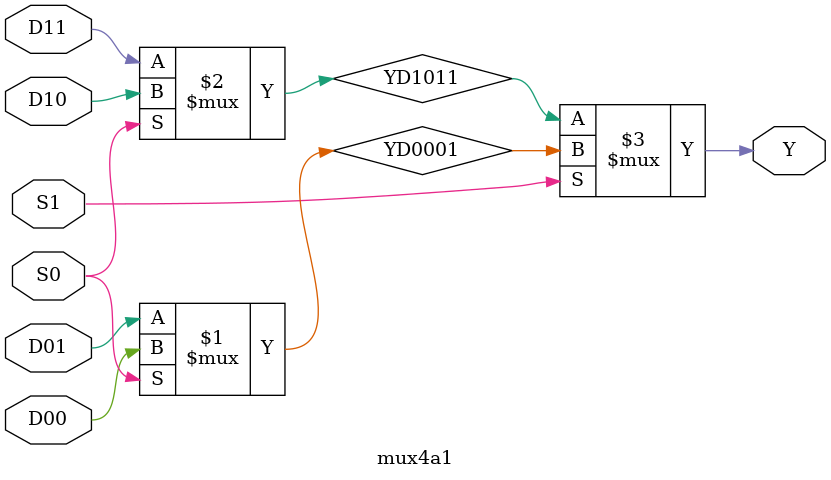
<source format=sv>
module mux4a1 (input wire D00,D01,D10,D11,S0,S1,output wire Y);
  
  
  wire YD0001,YD1011;
  
  assign YD0001=(S0) ?D00:D01;
  assign YD1011=(S0) ?D10:D11;
    
  
  assign Y=(S1) ?YD0001:YD1011;
  
endmodule
  


</source>
